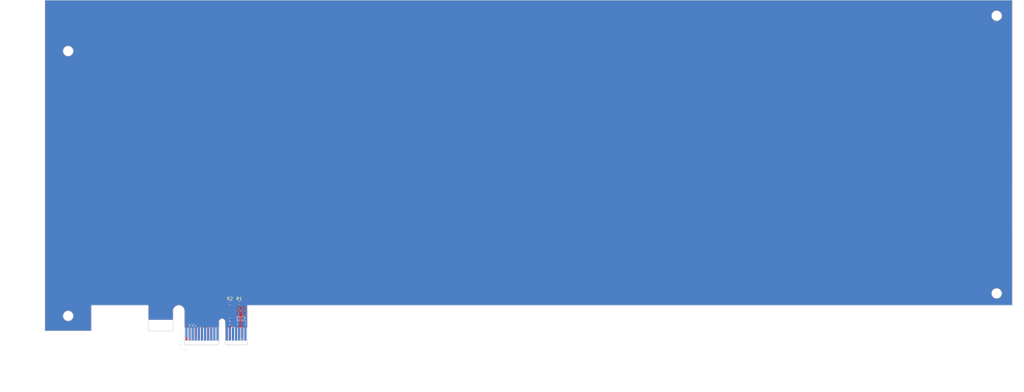
<source format=kicad_pcb>
(kicad_pcb (version 20211014) (generator pcbnew)
  (title_block (title "PCIexpress_x16_full") (company "Author: Luca Anastasio"))
  (layers (0 "F.Cu" power) (1 "In1.Cu" power) (2 "In2.Cu" power) (31 "B.Cu" power) (34 "B.Paste" user) (35 "F.Paste" user) (36 "B.SilkS" user "B.Silkscreen") (37 "F.SilkS" user "F.Silkscreen") (38 "B.Mask" user) (39 "F.Mask" user) (44 "Edge.Cuts" user))
  (net 0 "")
  (net 1 "GND")
  (net 2 "+12V")
  (net 3 "+3V3")
  (net 4 "+3.3VA")
  (net 5 "Net-(J2-PadB12)")
  (net 6 "/PER0_P")
  (net 7 "/PER0_N")
  (net 8 "/SMCLK")
  (net 9 "/SMDAT")
  (net 10 "/~{TRST}")
  (net 11 "/~{WAKE}")
  (net 12 "/PET0_P")
  (net 13 "/PET0_N")
  (net 14 "/~{PRSNT2x1}")
  (net 15 "/~{PRSNT1}")
  (net 16 "/TCK")
  (net 17 "/TDI")
  (net 18 "/TDO")
  (net 19 "/TMS")
  (net 20 "/~{PERST}")
  (net 21 "/REFCLK-")
  (net 22 "/REFCLK+")
  (net 23 "/PCIexpress_connector/_PER0_P")
  (net 24 "/PCIexpress_connector/_PER0_N")
  (footprint "PCIexpress:PCIexpress_bracket_full" (layer "F.Cu") (at 109.625 194.125)
    (fp_text reference "J1" hide)
    (fp_text value "PCIexpress_bracket")
  )
  (footprint "Resistor_SMD:R_0603_1608Metric" (layer "F.Cu") (at 127.125 180.625)
    (fp_text reference "R1" (at 0 -1.375) (layer "F.SilkS"))
    (fp_text value "49.9")
    (fp_line (start -0.162779 -0.51) (end 0.162779 -0.51) (layer "F.SilkS") (width 0.12))
    (fp_line (start -0.162779 0.51) (end 0.162779 0.51) (layer "F.SilkS") (width 0.12))
    (pad "1" smd roundrect locked (at -0.7875 0) (size 0.875 0.95) (layers "F.Cu" "F.Paste" "F.Mask") (net 13 "/PET0_N"))
    (pad "2" smd roundrect locked (at 0.7875 0) (size 0.875 0.95) (layers "F.Cu" "F.Paste" "F.Mask") (net 1 "GND"))
  )
  (footprint "Resistor_SMD:R_0603_1608Metric" (layer "F.Cu") (at 124.125 180.625 180)
    (fp_text reference "R2" (at 0 1.375) (layer "F.SilkS"))
    (fp_text value "49.9")
    (fp_line (start -0.162779 0.51) (end 0.162779 0.51) (layer "F.SilkS") (width 0.12))
    (fp_line (start -0.162779 -0.51) (end 0.162779 -0.51) (layer "F.SilkS") (width 0.12))
    (pad "1" smd roundrect locked (at -0.7875 0 180) (size 0.875 0.95) (layers "F.Cu" "F.Paste" "F.Mask") (net 12 "/PET0_P"))
    (pad "2" smd roundrect locked (at 0.7875 0 180) (size 0.875 0.95) (layers "F.Cu" "F.Paste" "F.Mask") (net 1 "GND"))
  )
  (footprint "PCIexpress:PCIexpress_x1" (layer "F.Cu") (at 109.625 194.125)
    (fp_text reference "J2" hide)
    (fp_text value "PCIexpress_x1")
    (pad "A1" connect rect locked (at 0.5 -4) (size 0.7 3.2) (layers "B.Cu") (net 15 "/~{PRSNT1}"))
    (pad "A2" connect rect locked (at 1.5 -3.5) (size 0.7 4.2) (layers "B.Cu") (net 2 "+12V"))
    (pad "A3" connect rect locked (at 2.5 -3.5) (size 0.7 4.2) (layers "B.Cu") (net 2 "+12V"))
    (pad "A4" connect rect locked (at 3.5 -3.5) (size 0.7 4.2) (layers "B.Cu") (net 1 "GND"))
    (pad "A5" connect rect locked (at 4.5 -3.5) (size 0.7 4.2) (layers "B.Cu") (net 16 "/TCK"))
    (pad "A6" connect rect locked (at 5.5 -3.5) (size 0.7 4.2) (layers "B.Cu") (net 17 "/TDI"))
    (pad "A7" connect rect locked (at 6.5 -3.5) (size 0.7 4.2) (layers "B.Cu") (net 18 "/TDO"))
    (pad "A8" connect rect locked (at 7.5 -3.5) (size 0.7 4.2) (layers "B.Cu") (net 19 "/TMS"))
    (pad "A9" connect rect locked (at 8.5 -3.5) (size 0.7 4.2) (layers "B.Cu") (net 3 "+3V3"))
    (pad "A10" connect rect locked (at 9.5 -3.5) (size 0.7 4.2) (layers "B.Cu") (net 3 "+3V3"))
    (pad "A11" connect rect locked (at 10.5 -3.5) (size 0.7 4.2) (layers "B.Cu") (net 20 "/~{PERST}"))
    (pad "A12" connect rect locked (at 13.5 -3.5) (size 0.7 4.2) (layers "B.Cu") (net 1 "GND"))
    (pad "A13" connect rect locked (at 14.5 -3.5) (size 0.7 4.2) (layers "B.Cu") (net 22 "/REFCLK+"))
    (pad "A14" connect rect locked (at 15.5 -3.5) (size 0.7 4.2) (layers "B.Cu") (net 21 "/REFCLK-"))
    (pad "A15" connect rect locked (at 16.5 -3.5) (size 0.7 4.2) (layers "B.Cu") (net 1 "GND"))
    (pad "A16" connect rect locked (at 17.5 -3.5) (size 0.7 4.2) (layers "B.Cu") (net 23 "/PCIexpress_connector/_PER0_P"))
    (pad "A17" connect rect locked (at 18.5 -3.5) (size 0.7 4.2) (layers "B.Cu") (net 24 "/PCIexpress_connector/_PER0_N"))
    (pad "A18" connect rect locked (at 19.5 -3.5) (size 0.7 4.2) (layers "B.Cu") (net 1 "GND"))
    (pad "B1" connect rect locked (at 0.5 -3.5) (size 0.7 4.2) (layers "F.Cu") (net 2 "+12V"))
    (pad "B2" connect rect locked (at 1.5 -3.5) (size 0.7 4.2) (layers "F.Cu") (net 2 "+12V"))
    (pad "B3" connect rect locked (at 2.5 -3.5) (size 0.7 4.2) (layers "F.Cu") (net 2 "+12V"))
    (pad "B4" connect rect locked (at 3.5 -3.5) (size 0.7 4.2) (layers "F.Cu") (net 1 "GND"))
    (pad "B5" connect rect locked (at 4.5 -3.5) (size 0.7 4.2) (layers "F.Cu") (net 8 "/SMCLK"))
    (pad "B6" connect rect locked (at 5.5 -3.5) (size 0.7 4.2) (layers "F.Cu") (net 9 "/SMDAT"))
    (pad "B7" connect rect locked (at 6.5 -3.5) (size 0.7 4.2) (layers "F.Cu") (net 1 "GND"))
    (pad "B8" connect rect locked (at 7.5 -3.5) (size 0.7 4.2) (layers "F.Cu") (net 3 "+3V3"))
    (pad "B9" connect rect locked (at 8.5 -3.5) (size 0.7 4.2) (layers "F.Cu") (net 10 "/~{TRST}"))
    (pad "B10" connect rect locked (at 9.5 -3.5) (size 0.7 4.2) (layers "F.Cu") (net 4 "+3.3VA"))
    (pad "B11" connect rect locked (at 10.5 -3.5) (size 0.7 4.2) (layers "F.Cu") (net 11 "/~{WAKE}"))
    (pad "B12" connect rect locked (at 13.5 -3.5) (size 0.7 4.2) (layers "F.Cu") (net 5 "Net-(J2-PadB12)"))
    (pad "B13" connect rect locked (at 14.5 -3.5) (size 0.7 4.2) (layers "F.Cu") (net 1 "GND"))
    (pad "B14" connect rect locked (at 15.5 -3.5) (size 0.7 4.2) (layers "F.Cu") (net 12 "/PET0_P"))
    (pad "B15" connect rect locked (at 16.5 -3.5) (size 0.7 4.2) (layers "F.Cu") (net 13 "/PET0_N"))
    (pad "B16" connect rect locked (at 17.5 -3.5) (size 0.7 4.2) (layers "F.Cu") (net 1 "GND"))
    (pad "B17" connect rect locked (at 18.5 -4) (size 0.7 3.2) (layers "F.Cu") (net 14 "/~{PRSNT2x1}"))
    (pad "B18" connect rect locked (at 19.5 -3.5) (size 0.7 4.2) (layers "F.Cu") (net 1 "GND"))
  )
  (footprint "Capacitor_SMD:C_0603_1608Metric" (layer "B.Cu") (at 126.875 183.125 -90)
    (fp_text reference "C1" (at 2.5 0 90) (layer "B.SilkS") (effects (justify mirror)))
    (fp_text value "100n")
    (fp_line (start -0.162779 -0.51) (end 0.162779 -0.51) (layer "B.SilkS") (width 0.12))
    (fp_line (start -0.162779 0.51) (end 0.162779 0.51) (layer "B.SilkS") (width 0.12))
    (pad "1" smd roundrect locked (at -0.7875 0 270) (size 0.875 0.95) (layers "B.Cu" "B.Paste" "B.Mask") (net 6 "/PER0_P"))
    (pad "2" smd roundrect locked (at 0.7875 0 270) (size 0.875 0.95) (layers "B.Cu" "B.Paste" "B.Mask") (net 23 "/PCIexpress_connector/_PER0_P"))
  )
  (footprint "Capacitor_SMD:C_0603_1608Metric" (layer "B.Cu") (at 128.375 183.125 90)
    (fp_text reference "C2" (at -2.5 0 90) (layer "B.SilkS") (effects (justify mirror)))
    (fp_text value "100n")
    (fp_line (start -0.162779 -0.51) (end 0.162779 -0.51) (layer "B.SilkS") (width 0.12))
    (fp_line (start -0.162779 0.51) (end 0.162779 0.51) (layer "B.SilkS") (width 0.12))
    (pad "1" smd roundrect locked (at -0.7875 0 90) (size 0.875 0.95) (layers "B.Cu" "B.Paste" "B.Mask") (net 24 "/PCIexpress_connector/_PER0_N"))
    (pad "2" smd roundrect locked (at 0.7875 0 90) (size 0.875 0.95) (layers "B.Cu" "B.Paste" "B.Mask") (net 7 "/PER0_N"))
  )
  (gr_circle (center 71.975 184.775) (end 73.575 184.775) (layer "Edge.Cuts") (width 0.15) (fill none))
  (gr_line (start 123.075 194.125) (end 129.275 194.125) (layer "Edge.Cuts") (width 0.15))
  (gr_line (start 129.775 181.375) (end 376.4777 181.375) (layer "Edge.Cuts") (width 0.15))
  (gr_line (start 97.825 181.375) (end 97.825 189.625) (layer "Edge.Cuts") (width 0.15))
  (gr_line (start 97.825 189.625) (end 105.825 189.625) (layer "Edge.Cuts") (width 0.15))
  (gr_line (start 120.175 194.125) (end 120.675 193.625) (layer "Edge.Cuts") (width 0.15))
  (gr_line (start 109.475 193.625) (end 109.975 194.125) (layer "Edge.Cuts") (width 0.15))
  (gr_arc (start 120.675 186.675) (mid 121.625 185.725) (end 122.575 186.675) (layer "Edge.Cuts") (width 0.15))
  (gr_arc (start 105.825 183.2) (mid 107.65 181.375) (end 109.475 183.2) (layer "Edge.Cuts") (width 0.15))
  (gr_line (start 109.975 194.125) (end 120.175 194.125) (layer "Edge.Cuts") (width 0.15))
  (gr_line (start 109.475 183.2) (end 109.475 193.625) (layer "Edge.Cuts") (width 0.15))
  (gr_line (start 79.475 181.375) (end 97.825 181.375) (layer "Edge.Cuts") (width 0.15))
  (gr_line (start 79.475 189.625) (end 79.475 181.375) (layer "Edge.Cuts") (width 0.15))
  (gr_line (start 64.475 82.975) (end 64.475 189.625) (layer "Edge.Cuts") (width 0.15))
  (gr_line (start 376.475 82.975) (end 64.475 82.975) (layer "Edge.Cuts") (width 0.15))
  (gr_line (start 64.475 189.625) (end 79.475 189.625) (layer "Edge.Cuts") (width 0.15))
  (gr_line (start 129.775 193.625) (end 129.775 181.375) (layer "Edge.Cuts") (width 0.15))
  (gr_circle (center 71.975 99.375) (end 73.575 99.375) (layer "Edge.Cuts") (width 0.15) (fill none))
  (gr_circle (center 371.395 177.525) (end 372.995 177.525) (layer "Edge.Cuts") (width 0.15) (fill none))
  (gr_line (start 376.4777 181.375) (end 376.475 82.975) (layer "Edge.Cuts") (width 0.15))
  (gr_line (start 120.675 193.625) (end 120.675 186.675) (layer "Edge.Cuts") (width 0.15))
  (gr_circle (center 371.395 87.995) (end 372.995 87.995) (layer "Edge.Cuts") (width 0.15) (fill none))
  (gr_line (start 105.825 189.625) (end 105.825 183.2) (layer "Edge.Cuts") (width 0.15))
  (gr_line (start 122.575 186.675) (end 122.575 193.625) (layer "Edge.Cuts") (width 0.15))
  (gr_line (start 122.575 193.625) (end 123.075 194.125) (layer "Edge.Cuts") (width 0.15))
  (gr_line (start 129.275 194.125) (end 129.775 193.625) (layer "Edge.Cuts") (width 0.15))
  (target plus (at 109.625 194.125) (size 5) (width 0.05) (layer "Edge.Cuts"))
  (segment (start 113.125 188.125) (end 113.125 188.125) (width 0.7) (layer "F.Cu") (net 1))
  (segment (start 113.125 190.625) (end 113.125 188) (width 0.7) (layer "F.Cu") (net 1))
  (via (at 124.125 185.5) (size 0.55) (drill 0.3) (layers "F.Cu" "B.Cu") (net 1))
  (via (at 129.125 185.5) (size 0.55) (drill 0.3) (layers "F.Cu" "B.Cu") (net 1))
  (via (at 126.625 185.5) (size 0.55) (drill 0.3) (layers "F.Cu" "B.Cu") (net 1))
  (via (at 129.125 187.5) (size 0.55) (drill 0.3) (layers "F.Cu" "B.Cu") (net 1))
  (via (at 126.625 187.5) (size 0.55) (drill 0.3) (layers "F.Cu" "B.Cu") (net 1))
  (via (at 126.625 186.5) (size 0.55) (drill 0.3) (layers "F.Cu" "B.Cu") (net 1))
  (via (at 124.125 187.5) (size 0.55) (drill 0.3) (layers "F.Cu" "B.Cu") (net 1))
  (via (at 113.125 188) (size 0.55) (drill 0.3) (layers "F.Cu" "B.Cu") (net 1))
  (via (at 124.125 186.5) (size 0.55) (drill 0.3) (layers "F.Cu" "B.Cu") (net 1))
  (via (at 129.125 186.5) (size 0.55) (drill 0.3) (layers "F.Cu" "B.Cu") (net 1))
  (segment (start 111.125 190.625) (end 111.125 188) (width 0.0889) (layer "F.Cu") (net 2))
  (via (at 111.125 188) (size 0.55) (drill 0.3) (layers "F.Cu" "B.Cu") (net 2))
  (via (at 112.125 188) (size 0.55) (drill 0.3) (layers "F.Cu" "B.Cu") (net 2))
  (segment (start 125.425 181.78125) (end 124.9125 181.26875) (width 0.2) (layer "F.Cu") (net 12))
  (segment (start 125.425 188.075) (end 125.425 181.78125) (width 0.2) (layer "F.Cu") (net 12))
  (segment (start 124.9125 181.26875) (end 124.9125 180.625) (width 0.2) (layer "F.Cu") (net 12))
  (segment (start 125.125 190.625) (end 125.125 188.375) (width 0.2) (layer "F.Cu") (net 12))
  (segment (start 125.125 188.375) (end 125.425 188.075) (width 0.2) (layer "F.Cu") (net 12))
  (segment (start 126.125 188.375) (end 125.825 188.075) (width 0.2) (layer "F.Cu") (net 13))
  (segment (start 126.125 190.625) (end 126.125 188.375) (width 0.2) (layer "F.Cu") (net 13))
  (segment (start 126.3375 181.2875) (end 126.3375 180.625) (width 0.2) (layer "F.Cu") (net 13))
  (segment (start 125.825 181.8) (end 126.3375 181.2875) (width 0.2) (layer "F.Cu") (net 13))
  (segment (start 125.825 188.075) (end 125.825 181.8) (width 0.2) (layer "F.Cu") (net 13))
  (segment (start 127.425 185.05) (end 127.425 188.075) (width 0.2) (layer "B.Cu") (net 23))
  (segment (start 126.875 183.9125) (end 126.875 184.5) (width 0.2) (layer "B.Cu") (net 23))
  (segment (start 127.425 188.075) (end 127.125 188.375) (width 0.2) (layer "B.Cu") (net 23))
  (segment (start 127.125 188.375) (end 127.125 190.625) (width 0.2) (layer "B.Cu") (net 23))
  (segment (start 126.875 184.5) (end 127.425 185.05) (width 0.2) (layer "B.Cu") (net 23))
  (segment (start 127.825 185.05) (end 127.825 188.075) (width 0.2) (layer "B.Cu") (net 24))
  (segment (start 128.375 183.9125) (end 128.375 184.5) (width 0.2) (layer "B.Cu") (net 24))
  (segment (start 128.375 184.5) (end 127.825 185.05) (width 0.2) (layer "B.Cu") (net 24))
  (segment (start 128.125 188.375) (end 128.125 190.625) (width 0.2) (layer "B.Cu") (net 24))
  (segment (start 127.825 188.075) (end 128.125 188.375) (width 0.2) (layer "B.Cu") (net 24))
  (zone (net 2) (net_name "+12V") (layer "F.Cu") (priority 2) (connect_pads thru_hole_only (clearance 0)) (min_thickness 0.25) (fill yes (thermal_gap 0.508) (thermal_bridge_width 0.508))
    (polygon (pts (xy 112.625 188.526) (xy 109.375 188.526) (xy 109.375 187.5) (xy 112.625 187.5)))
  )
  (zone (net 1) (net_name "GND") (layer "F.Cu") (connect_pads thru_hole_only (clearance 0)) (min_thickness 0.25) (fill yes (thermal_gap 0.508) (thermal_bridge_width 0.508))
    (polygon (pts (xy 64.5 83) (xy 376.5 83) (xy 376.5 181.375) (xy 129.875 181.375) (xy 129.875 188.525) (xy 109.375 188.525) (xy 109.375 183.25) (xy 105.875 183.25) (xy 105.875 186) (xy 97.75 186) (xy 97.75 181.375) (xy 79.5 181.375) (xy 79.5 189.625) (xy 64.5 189.625)))
  )
  (zone (net 0) (net_name "") (layers "F.Cu" "In1.Cu" "In2.Cu" "B.Cu") (connect_pads (clearance 0)) (min_thickness 0.254)
    (keepout (tracks not_allowed) (vias not_allowed) (pads allowed) (copperpour not_allowed) (footprints allowed))
    (fill (thermal_gap 0.508) (thermal_bridge_width 0.508))
    (polygon (pts (xy 97.825 186.125) (xy 105.825 186.125) (xy 105.825 189.625) (xy 97.825 189.625)))
  )
  (zone (net 2) (net_name "+12V") (layer "B.Cu") (priority 2) (connect_pads thru_hole_only (clearance 0)) (min_thickness 0.25) (fill yes (thermal_gap 0.508) (thermal_bridge_width 0.508))
    (polygon (pts (xy 112.625 188.526) (xy 110.625 188.526) (xy 110.625 187.5) (xy 112.625 187.5)))
  )
  (zone (net 1) (net_name "GND") (layer "B.Cu") (connect_pads thru_hole_only (clearance 0)) (min_thickness 0.25) (fill yes (thermal_gap 0.508) (thermal_bridge_width 0.508))
    (polygon (pts (xy 64.5 83) (xy 376.5 83) (xy 376.5 181.375) (xy 129.875 181.375) (xy 129.875 188.525) (xy 109.375 188.525) (xy 109.375 183.25) (xy 105.875 183.25) (xy 105.875 186) (xy 97.75 186) (xy 97.75 181.375) (xy 79.5 181.375) (xy 79.5 189.625) (xy 64.5 189.625)))
  )
)
</source>
